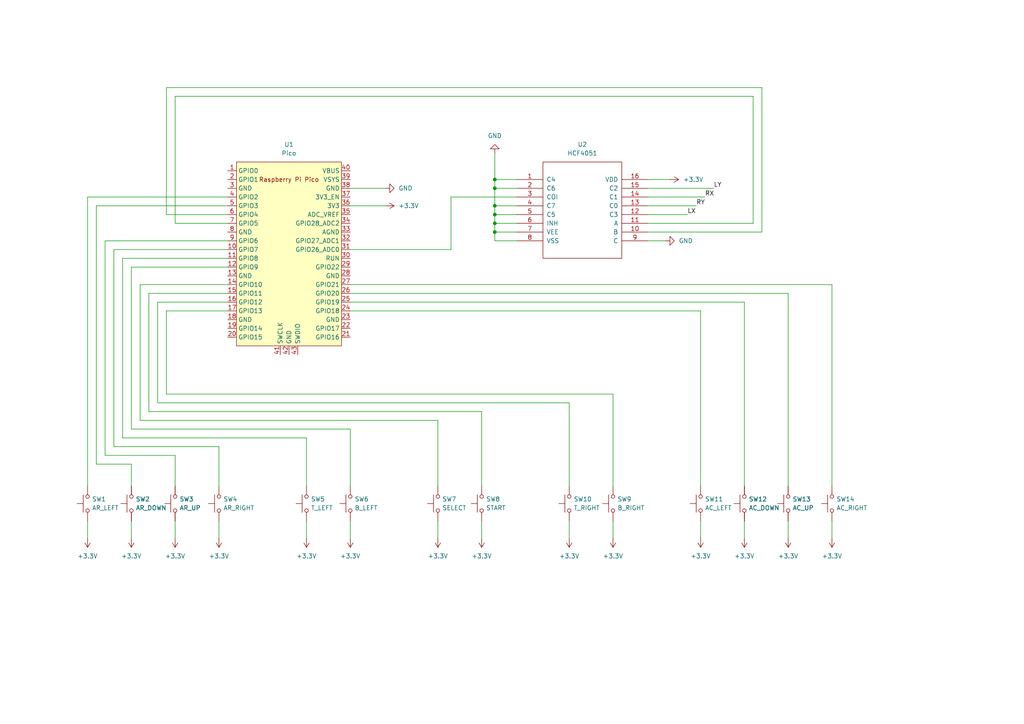
<source format=kicad_sch>
(kicad_sch (version 20231120) (generator "eeschema") (generator_version "8.0")
  (paper "A4")
  (lib_symbols
    (symbol "HCF4051:HCF4051" (pin_names (offset 1.016))
      (property "Reference" "U" (at 0 -2.54 0))
      (property "Value" "HCF4051" (at 0 2.54 0))
      (symbol "HCF4051_1_0"
        (rectangle (start -11.43 -13.97) (end 11.43 13.97))
      )
      (symbol "HCF4051_1_1"
        (pin bidirectional line (at -19.05 8.89 0) (length 7.62) (name "C4") (number "1"))
        (pin input line (at 19.05 -6.35 180) (length 7.62) (name "B") (number "10"))
        (pin input line (at 19.05 -3.81 180) (length 7.62) (name "A") (number "11"))
        (pin bidirectional line (at 19.05 -1.27 180) (length 7.62) (name "C3") (number "12"))
        (pin bidirectional line (at 19.05 1.27 180) (length 7.62) (name "C0") (number "13"))
        (pin bidirectional line (at 19.05 3.81 180) (length 7.62) (name "C1") (number "14"))
        (pin bidirectional line (at 19.05 6.35 180) (length 7.62) (name "C2") (number "15"))
        (pin input line (at 19.05 8.89 180) (length 7.62) (name "VDD") (number "16"))
        (pin bidirectional line (at -19.05 6.35 0) (length 7.62) (name "C6") (number "2"))
        (pin bidirectional line (at -19.05 3.81 0) (length 7.62) (name "COI") (number "3"))
        (pin bidirectional line (at -19.05 1.27 0) (length 7.62) (name "C7") (number "4"))
        (pin bidirectional line (at -19.05 -1.27 0) (length 7.62) (name "C5") (number "5"))
        (pin input line (at -19.05 -3.81 0) (length 7.62) (name "INH") (number "6"))
        (pin input line (at -19.05 -6.35 0) (length 7.62) (name "VEE") (number "7"))
        (pin input line (at -19.05 -8.89 0) (length 7.62) (name "VSS") (number "8"))
        (pin input line (at 19.05 -8.89 180) (length 7.62) (name "C") (number "9"))
      )
    )
    (symbol "MCU_RaspberryPi_and_Boards:Pico"
      (property "Reference" "U" (at -13.97 27.94 0))
      (property "Value" "Pico" (at 0 19.05 0))
      (symbol "Pico_0_0"
        (text "Raspberry Pi Pico" (at 0 21.59 0) (effects (font (size 1.27 1.27))))
      )
      (symbol "Pico_0_1"
        (rectangle (start -15.24 26.67) (end 15.24 -26.67) (fill (type background)))
      )
      (symbol "Pico_1_1"
        (pin bidirectional line (at -17.78 24.13 0) (length 2.54) (name "GPIO0") (number "1"))
        (pin bidirectional line (at -17.78 1.27 0) (length 2.54) (name "GPIO7") (number "10"))
        (pin bidirectional line (at -17.78 -1.27 0) (length 2.54) (name "GPIO8") (number "11"))
        (pin bidirectional line (at -17.78 -3.81 0) (length 2.54) (name "GPIO9") (number "12"))
        (pin power_in line (at -17.78 -6.35 0) (length 2.54) (name "GND") (number "13"))
        (pin bidirectional line (at -17.78 -8.89 0) (length 2.54) (name "GPIO10") (number "14"))
        (pin bidirectional line (at -17.78 -11.43 0) (length 2.54) (name "GPIO11") (number "15"))
        (pin bidirectional line (at -17.78 -13.97 0) (length 2.54) (name "GPIO12") (number "16"))
        (pin bidirectional line (at -17.78 -16.51 0) (length 2.54) (name "GPIO13") (number "17"))
        (pin power_in line (at -17.78 -19.05 0) (length 2.54) (name "GND") (number "18"))
        (pin bidirectional line (at -17.78 -21.59 0) (length 2.54) (name "GPIO14") (number "19"))
        (pin bidirectional line (at -17.78 21.59 0) (length 2.54) (name "GPIO1") (number "2"))
        (pin bidirectional line (at -17.78 -24.13 0) (length 2.54) (name "GPIO15") (number "20"))
        (pin bidirectional line (at 17.78 -24.13 180) (length 2.54) (name "GPIO16") (number "21"))
        (pin bidirectional line (at 17.78 -21.59 180) (length 2.54) (name "GPIO17") (number "22"))
        (pin power_in line (at 17.78 -19.05 180) (length 2.54) (name "GND") (number "23"))
        (pin bidirectional line (at 17.78 -16.51 180) (length 2.54) (name "GPIO18") (number "24"))
        (pin bidirectional line (at 17.78 -13.97 180) (length 2.54) (name "GPIO19") (number "25"))
        (pin bidirectional line (at 17.78 -11.43 180) (length 2.54) (name "GPIO20") (number "26"))
        (pin bidirectional line (at 17.78 -8.89 180) (length 2.54) (name "GPIO21") (number "27"))
        (pin power_in line (at 17.78 -6.35 180) (length 2.54) (name "GND") (number "28"))
        (pin bidirectional line (at 17.78 -3.81 180) (length 2.54) (name "GPIO22") (number "29"))
        (pin power_in line (at -17.78 19.05 0) (length 2.54) (name "GND") (number "3"))
        (pin input line (at 17.78 -1.27 180) (length 2.54) (name "RUN") (number "30"))
        (pin bidirectional line (at 17.78 1.27 180) (length 2.54) (name "GPIO26_ADC0") (number "31"))
        (pin bidirectional line (at 17.78 3.81 180) (length 2.54) (name "GPIO27_ADC1") (number "32"))
        (pin power_in line (at 17.78 6.35 180) (length 2.54) (name "AGND") (number "33"))
        (pin bidirectional line (at 17.78 8.89 180) (length 2.54) (name "GPIO28_ADC2") (number "34"))
        (pin power_in line (at 17.78 11.43 180) (length 2.54) (name "ADC_VREF") (number "35"))
        (pin power_in line (at 17.78 13.97 180) (length 2.54) (name "3V3") (number "36"))
        (pin input line (at 17.78 16.51 180) (length 2.54) (name "3V3_EN") (number "37"))
        (pin bidirectional line (at 17.78 19.05 180) (length 2.54) (name "GND") (number "38"))
        (pin power_in line (at 17.78 21.59 180) (length 2.54) (name "VSYS") (number "39"))
        (pin bidirectional line (at -17.78 16.51 0) (length 2.54) (name "GPIO2") (number "4"))
        (pin power_in line (at 17.78 24.13 180) (length 2.54) (name "VBUS") (number "40"))
        (pin input line (at -2.54 -29.21 90) (length 2.54) (name "SWCLK") (number "41"))
        (pin power_in line (at 0 -29.21 90) (length 2.54) (name "GND") (number "42"))
        (pin bidirectional line (at 2.54 -29.21 90) (length 2.54) (name "SWDIO") (number "43"))
        (pin bidirectional line (at -17.78 13.97 0) (length 2.54) (name "GPIO3") (number "5"))
        (pin bidirectional line (at -17.78 11.43 0) (length 2.54) (name "GPIO4") (number "6"))
        (pin bidirectional line (at -17.78 8.89 0) (length 2.54) (name "GPIO5") (number "7"))
        (pin power_in line (at -17.78 6.35 0) (length 2.54) (name "GND") (number "8"))
        (pin bidirectional line (at -17.78 3.81 0) (length 2.54) (name "GPIO6") (number "9"))
      )
    )
    (symbol "Switch:SW_Push" (pin_numbers hide) (pin_names (offset 1.016) hide)
      (property "Reference" "SW" (at 1.27 2.54 0))
      (property "Value" "SW_Push" (at 0 -1.524 0))
      (symbol "SW_Push_0_1"
        (circle (center -2.032 0) (radius 0.508))
        (polyline (pts (xy 0 1.27) (xy 0 3.048)))
        (polyline (pts (xy 2.54 1.27) (xy -2.54 1.27)))
        (circle (center 2.032 0) (radius 0.508))
        (pin passive line (at -5.08 0 0) (length 2.54) (name "1") (number "1"))
        (pin passive line (at 5.08 0 180) (length 2.54) (name "2") (number "2"))
      )
    )
    (symbol "power:+3.3V" (power) (pin_numbers hide) (pin_names (offset 0) hide)
      (property "Value" "+3.3V" (at 0 3.556 0))
      (symbol "+3.3V_0_1"
        (polyline (pts (xy -0.762 1.27) (xy 0 2.54)))
        (polyline (pts (xy 0 0) (xy 0 2.54)))
        (polyline (pts (xy 0 2.54) (xy 0.762 1.27)))
      )
      (symbol "+3.3V_1_1"
        (pin power_in line (at 0 0 90) (length 0) (name "~") (number "1"))
      )
    )
    (symbol "power:GND" (power) (pin_numbers hide) (pin_names (offset 0) hide)
      (property "Value" "GND" (at 0 -3.81 0))
      (symbol "GND_0_1"
        (polyline (pts (xy 0 0) (xy 0 -1.27) (xy 1.27 -1.27) (xy 0 -2.54) (xy -1.27 -1.27) (xy 0 -1.27)))
      )
      (symbol "GND_1_1"
        (pin power_in line (at 0 0 270) (length 0) (name "~") (number "1"))
      )
    )
  )
  (junction (at 143.51 52.07))
  (junction (at 143.51 54.61))
  (junction (at 143.51 67.31))
  (junction (at 143.51 64.77))
  (junction (at 143.51 59.69))
  (junction (at 143.51 62.23))
  (wire (pts (xy 177.8 140.97) (xy 177.8 114.3)))
  (wire (pts (xy 241.3 151.13) (xy 241.3 156.21)))
  (wire (pts (xy 143.51 44.45) (xy 143.51 52.07)))
  (wire (pts (xy 33.02 129.54) (xy 33.02 72.39)))
  (wire (pts (xy 30.48 69.85) (xy 66.04 69.85)))
  (wire (pts (xy 127 140.97) (xy 127 121.92)))
  (wire (pts (xy 40.64 82.55) (xy 66.04 82.55)))
  (wire (pts (xy 187.96 57.15) (xy 204.47 57.15)))
  (wire (pts (xy 35.56 74.93) (xy 66.04 74.93)))
  (wire (pts (xy 165.1 140.97) (xy 165.1 116.84)))
  (wire (pts (xy 149.86 57.15) (xy 130.81 57.15)))
  (wire (pts (xy 130.81 57.15) (xy 130.81 72.39)))
  (wire (pts (xy 50.8 132.08) (xy 30.48 132.08)))
  (wire (pts (xy 43.18 85.09) (xy 66.04 85.09)))
  (wire (pts (xy 101.6 140.97) (xy 101.6 124.46)))
  (wire (pts (xy 143.51 64.77) (xy 149.86 64.77)))
  (wire (pts (xy 143.51 64.77) (xy 143.51 67.31)))
  (wire (pts (xy 143.51 62.23) (xy 143.51 64.77)))
  (wire (pts (xy 127 121.92) (xy 40.64 121.92)))
  (wire (pts (xy 35.56 127) (xy 35.56 74.93)))
  (wire (pts (xy 43.18 119.38) (xy 43.18 85.09)))
  (wire (pts (xy 50.8 151.13) (xy 50.8 156.21)))
  (wire (pts (xy 101.6 59.69) (xy 111.76 59.69)))
  (wire (pts (xy 50.8 64.77) (xy 66.04 64.77)))
  (wire (pts (xy 38.1 151.13) (xy 38.1 156.21)))
  (wire (pts (xy 33.02 72.39) (xy 66.04 72.39)))
  (wire (pts (xy 50.8 140.97) (xy 50.8 132.08)))
  (wire (pts (xy 127 151.13) (xy 127 156.21)))
  (wire (pts (xy 218.44 27.94) (xy 50.8 27.94)))
  (wire (pts (xy 48.26 62.23) (xy 66.04 62.23)))
  (wire (pts (xy 187.96 54.61) (xy 207.01 54.61)))
  (wire (pts (xy 187.96 67.31) (xy 220.98 67.31)))
  (wire (pts (xy 218.44 64.77) (xy 218.44 27.94)))
  (wire (pts (xy 45.72 87.63) (xy 66.04 87.63)))
  (wire (pts (xy 63.5 140.97) (xy 63.5 129.54)))
  (wire (pts (xy 139.7 151.13) (xy 139.7 156.21)))
  (wire (pts (xy 88.9 140.97) (xy 88.9 127)))
  (wire (pts (xy 241.3 82.55) (xy 101.6 82.55)))
  (wire (pts (xy 187.96 64.77) (xy 218.44 64.77)))
  (wire (pts (xy 38.1 124.46) (xy 38.1 77.47)))
  (wire (pts (xy 139.7 119.38) (xy 43.18 119.38)))
  (wire (pts (xy 193.04 69.85) (xy 187.96 69.85)))
  (wire (pts (xy 48.26 90.17) (xy 66.04 90.17)))
  (wire (pts (xy 165.1 151.13) (xy 165.1 156.21)))
  (wire (pts (xy 101.6 151.13) (xy 101.6 156.21)))
  (wire (pts (xy 143.51 59.69) (xy 143.51 62.23)))
  (wire (pts (xy 27.94 59.69) (xy 66.04 59.69)))
  (wire (pts (xy 143.51 67.31) (xy 149.86 67.31)))
  (wire (pts (xy 25.4 140.97) (xy 25.4 57.15)))
  (wire (pts (xy 40.64 121.92) (xy 40.64 82.55)))
  (wire (pts (xy 27.94 134.62) (xy 27.94 59.69)))
  (wire (pts (xy 48.26 114.3) (xy 48.26 90.17)))
  (wire (pts (xy 143.51 69.85) (xy 149.86 69.85)))
  (wire (pts (xy 88.9 127) (xy 35.56 127)))
  (wire (pts (xy 203.2 140.97) (xy 203.2 90.17)))
  (wire (pts (xy 63.5 151.13) (xy 63.5 156.21)))
  (wire (pts (xy 177.8 151.13) (xy 177.8 156.21)))
  (wire (pts (xy 220.98 25.4) (xy 48.26 25.4)))
  (wire (pts (xy 203.2 151.13) (xy 203.2 156.21)))
  (wire (pts (xy 139.7 140.97) (xy 139.7 119.38)))
  (wire (pts (xy 177.8 114.3) (xy 48.26 114.3)))
  (wire (pts (xy 38.1 77.47) (xy 66.04 77.47)))
  (wire (pts (xy 45.72 116.84) (xy 45.72 87.63)))
  (wire (pts (xy 215.9 140.97) (xy 215.9 87.63)))
  (wire (pts (xy 38.1 134.62) (xy 27.94 134.62)))
  (wire (pts (xy 228.6 85.09) (xy 101.6 85.09)))
  (wire (pts (xy 101.6 124.46) (xy 38.1 124.46)))
  (wire (pts (xy 25.4 151.13) (xy 25.4 156.21)))
  (wire (pts (xy 220.98 67.31) (xy 220.98 25.4)))
  (wire (pts (xy 165.1 116.84) (xy 45.72 116.84)))
  (wire (pts (xy 88.9 151.13) (xy 88.9 156.21)))
  (wire (pts (xy 63.5 129.54) (xy 33.02 129.54)))
  (wire (pts (xy 187.96 52.07) (xy 194.31 52.07)))
  (wire (pts (xy 143.51 59.69) (xy 149.86 59.69)))
  (wire (pts (xy 228.6 151.13) (xy 228.6 156.21)))
  (wire (pts (xy 143.51 67.31) (xy 143.51 69.85)))
  (wire (pts (xy 143.51 62.23) (xy 149.86 62.23)))
  (wire (pts (xy 187.96 62.23) (xy 199.39 62.23)))
  (wire (pts (xy 187.96 59.69) (xy 201.93 59.69)))
  (wire (pts (xy 30.48 132.08) (xy 30.48 69.85)))
  (wire (pts (xy 38.1 140.97) (xy 38.1 134.62)))
  (wire (pts (xy 48.26 25.4) (xy 48.26 62.23)))
  (wire (pts (xy 101.6 54.61) (xy 111.76 54.61)))
  (wire (pts (xy 241.3 140.97) (xy 241.3 82.55)))
  (wire (pts (xy 203.2 90.17) (xy 101.6 90.17)))
  (wire (pts (xy 143.51 52.07) (xy 149.86 52.07)))
  (wire (pts (xy 25.4 57.15) (xy 66.04 57.15)))
  (wire (pts (xy 50.8 27.94) (xy 50.8 64.77)))
  (wire (pts (xy 143.51 52.07) (xy 143.51 54.61)))
  (wire (pts (xy 215.9 87.63) (xy 101.6 87.63)))
  (wire (pts (xy 143.51 54.61) (xy 149.86 54.61)))
  (wire (pts (xy 143.51 54.61) (xy 143.51 59.69)))
  (wire (pts (xy 130.81 72.39) (xy 101.6 72.39)))
  (wire (pts (xy 215.9 151.13) (xy 215.9 156.21)))
  (wire (pts (xy 228.6 140.97) (xy 228.6 85.09)))
  (label "LX" (at 199.39 62.23 0))
  (label "LY" (at 207.01 54.61 0))
  (label "RX" (at 204.47 57.15 0))
  (label "RY" (at 201.93 59.69 0))
  (symbol (lib_id "Switch:SW_Push") (at 101.6 146.05 90) (unit 1)
    (property "Reference" "SW6" (at 102.87 144.7799 90) (effects (justify right)))
    (property "Value" "B_LEFT" (at 102.87 147.3199 90) (effects (justify right)))
    (property "Description" "Push button switch, generic, two pins" (effects (hide yes)))
  )
  (symbol (lib_id "power:+3.3V") (at 88.9 156.21 180) (unit 1)
    (property "Reference" "#PWR010" (effects (hide yes)))
    (property "Value" "+3.3V" (at 88.9 161.29 0))
    (property "Description" "Power symbol creates a global label with name \"+3.3V\"" (effects (hide yes)))
  )
  (symbol (lib_id "MCU_RaspberryPi_and_Boards:Pico") (at 83.82 73.66 0) (unit 1)
    (property "Reference" "U1" (at 83.82 41.91 0))
    (property "Value" "Pico" (at 83.82 44.45 0))
    (property "Footprint" "RPi_Pico:RPi_Pico_SMD_TH" (effects (hide yes)))
  )
  (symbol (lib_id "Switch:SW_Push") (at 127 146.05 90) (unit 1)
    (property "Reference" "SW7" (at 128.27 144.7799 90) (effects (justify right)))
    (property "Value" "SELECT" (at 128.27 147.3199 90) (effects (justify right)))
    (property "Description" "Push button switch, generic, two pins" (effects (hide yes)))
  )
  (symbol (lib_id "power:+3.3V") (at 111.76 59.69 270) (unit 1)
    (property "Reference" "#PWR01" (effects (hide yes)))
    (property "Value" "+3.3V" (at 115.57 59.6899 90) (effects (justify left)))
    (property "Description" "Power symbol creates a global label with name \"+3.3V\"" (effects (hide yes)))
  )
  (symbol (lib_id "power:+3.3V") (at 165.1 156.21 180) (unit 1)
    (property "Reference" "#PWR015" (effects (hide yes)))
    (property "Value" "+3.3V" (at 165.1 161.29 0))
    (property "Description" "Power symbol creates a global label with name \"+3.3V\"" (effects (hide yes)))
  )
  (symbol (lib_id "power:GND") (at 143.51 44.45 180) (unit 1)
    (property "Reference" "#PWR03" (effects (hide yes)))
    (property "Value" "GND" (at 143.51 39.37 0))
    (property "Description" "Power symbol creates a global label with name \"GND\" , ground" (effects (hide yes)))
  )
  (symbol (lib_id "power:+3.3V") (at 139.7 156.21 180) (unit 1)
    (property "Reference" "#PWR013" (effects (hide yes)))
    (property "Value" "+3.3V" (at 139.7 161.29 0))
    (property "Description" "Power symbol creates a global label with name \"+3.3V\"" (effects (hide yes)))
  )
  (symbol (lib_id "Switch:SW_Push") (at 50.8 146.05 90) (unit 1)
    (property "Reference" "SW3" (at 52.07 144.7799 90) (effects (justify right)))
    (property "Value" "AR_UP" (at 52.07 147.3199 90) (effects (justify right)))
    (property "Description" "Push button switch, generic, two pins" (effects (hide yes)))
  )
  (symbol (lib_id "power:GND") (at 193.04 69.85 90) (unit 1)
    (property "Reference" "#PWR04" (effects (hide yes)))
    (property "Value" "GND" (at 196.85 69.8499 90) (effects (justify right)))
    (property "Description" "Power symbol creates a global label with name \"GND\" , ground" (effects (hide yes)))
  )
  (symbol (lib_id "power:GND") (at 111.76 54.61 90) (unit 1)
    (property "Reference" "#PWR02" (effects (hide yes)))
    (property "Value" "GND" (at 115.57 54.6099 90) (effects (justify right)))
    (property "Description" "Power symbol creates a global label with name \"GND\" , ground" (effects (hide yes)))
  )
  (symbol (lib_id "power:+3.3V") (at 177.8 156.21 180) (unit 1)
    (property "Reference" "#PWR014" (effects (hide yes)))
    (property "Value" "+3.3V" (at 177.8 161.29 0))
    (property "Description" "Power symbol creates a global label with name \"+3.3V\"" (effects (hide yes)))
  )
  (symbol (lib_id "power:+3.3V") (at 38.1 156.21 180) (unit 1)
    (property "Reference" "#PWR07" (effects (hide yes)))
    (property "Value" "+3.3V" (at 38.1 161.29 0))
    (property "Description" "Power symbol creates a global label with name \"+3.3V\"" (effects (hide yes)))
  )
  (symbol (lib_id "power:+3.3V") (at 101.6 156.21 180) (unit 1)
    (property "Reference" "#PWR011" (effects (hide yes)))
    (property "Value" "+3.3V" (at 101.6 161.29 0))
    (property "Description" "Power symbol creates a global label with name \"+3.3V\"" (effects (hide yes)))
  )
  (symbol (lib_id "Switch:SW_Push") (at 139.7 146.05 90) (unit 1)
    (property "Reference" "SW8" (at 140.97 144.7799 90) (effects (justify right)))
    (property "Value" "START" (at 140.97 147.3199 90) (effects (justify right)))
    (property "Description" "Push button switch, generic, two pins" (effects (hide yes)))
  )
  (symbol (lib_id "power:+3.3V") (at 215.9 156.21 180) (unit 1)
    (property "Reference" "#PWR017" (effects (hide yes)))
    (property "Value" "+3.3V" (at 215.9 161.29 0))
    (property "Description" "Power symbol creates a global label with name \"+3.3V\"" (effects (hide yes)))
  )
  (symbol (lib_id "Switch:SW_Push") (at 165.1 146.05 90) (unit 1)
    (property "Reference" "SW10" (at 166.37 144.7799 90) (effects (justify right)))
    (property "Value" "T_RIGHT" (at 166.37 147.3199 90) (effects (justify right)))
    (property "Description" "Push button switch, generic, two pins" (effects (hide yes)))
  )
  (symbol (lib_id "Switch:SW_Push") (at 88.9 146.05 90) (unit 1)
    (property "Reference" "SW5" (at 90.17 144.7799 90) (effects (justify right)))
    (property "Value" "T_LEFT" (at 90.17 147.3199 90) (effects (justify right)))
    (property "Description" "Push button switch, generic, two pins" (effects (hide yes)))
  )
  (symbol (lib_id "power:+3.3V") (at 63.5 156.21 180) (unit 1)
    (property "Reference" "#PWR09" (effects (hide yes)))
    (property "Value" "+3.3V" (at 63.5 161.29 0))
    (property "Description" "Power symbol creates a global label with name \"+3.3V\"" (effects (hide yes)))
  )
  (symbol (lib_id "power:+3.3V") (at 228.6 156.21 180) (unit 1)
    (property "Reference" "#PWR018" (effects (hide yes)))
    (property "Value" "+3.3V" (at 228.6 161.29 0))
    (property "Description" "Power symbol creates a global label with name \"+3.3V\"" (effects (hide yes)))
  )
  (symbol (lib_id "power:+3.3V") (at 25.4 156.21 180) (unit 1)
    (property "Reference" "#PWR06" (effects (hide yes)))
    (property "Value" "+3.3V" (at 25.4 161.29 0))
    (property "Description" "Power symbol creates a global label with name \"+3.3V\"" (effects (hide yes)))
  )
  (symbol (lib_id "Switch:SW_Push") (at 63.5 146.05 90) (unit 1)
    (property "Reference" "SW4" (at 64.77 144.7799 90) (effects (justify right)))
    (property "Value" "AR_RIGHT" (at 64.77 147.3199 90) (effects (justify right)))
    (property "Description" "Push button switch, generic, two pins" (effects (hide yes)))
  )
  (symbol (lib_id "Switch:SW_Push") (at 228.6 146.05 90) (unit 1)
    (property "Reference" "SW13" (at 229.87 144.7799 90) (effects (justify right)))
    (property "Value" "AC_UP" (at 229.87 147.3199 90) (effects (justify right)))
    (property "Description" "Push button switch, generic, two pins" (effects (hide yes)))
  )
  (symbol (lib_id "power:+3.3V") (at 194.31 52.07 270) (unit 1)
    (property "Reference" "#PWR05" (effects (hide yes)))
    (property "Value" "+3.3V" (at 198.12 52.0699 90) (effects (justify left)))
    (property "Description" "Power symbol creates a global label with name \"+3.3V\"" (effects (hide yes)))
  )
  (symbol (lib_id "Switch:SW_Push") (at 241.3 146.05 90) (unit 1)
    (property "Reference" "SW14" (at 242.57 144.7799 90) (effects (justify right)))
    (property "Value" "AC_RIGHT" (at 242.57 147.3199 90) (effects (justify right)))
    (property "Description" "Push button switch, generic, two pins" (effects (hide yes)))
  )
  (symbol (lib_id "Switch:SW_Push") (at 38.1 146.05 90) (unit 1)
    (property "Reference" "SW2" (at 39.37 144.7799 90) (effects (justify right)))
    (property "Value" "AR_DOWN" (at 39.37 147.3199 90) (effects (justify right)))
    (property "Description" "Push button switch, generic, two pins" (effects (hide yes)))
  )
  (symbol (lib_id "Switch:SW_Push") (at 203.2 146.05 90) (unit 1)
    (property "Reference" "SW11" (at 204.47 144.7799 90) (effects (justify right)))
    (property "Value" "AC_LEFT" (at 204.47 147.3199 90) (effects (justify right)))
    (property "Description" "Push button switch, generic, two pins" (effects (hide yes)))
  )
  (symbol (lib_id "HCF4051:HCF4051") (at 168.91 60.96 0) (unit 1)
    (property "Reference" "U2" (at 168.91 41.91 0))
    (property "Value" "HCF4051" (at 168.91 44.45 0))
    (property "Footprint" "MODULE" (effects (hide yes)))
    (property "Datasheet" "DOCUMENTATION" (effects (hide yes)))
  )
  (symbol (lib_id "power:+3.3V") (at 241.3 156.21 180) (unit 1)
    (property "Reference" "#PWR019" (effects (hide yes)))
    (property "Value" "+3.3V" (at 241.3 161.29 0))
    (property "Description" "Power symbol creates a global label with name \"+3.3V\"" (effects (hide yes)))
  )
  (symbol (lib_id "Switch:SW_Push") (at 215.9 146.05 90) (unit 1)
    (property "Reference" "SW12" (at 217.17 144.7799 90) (effects (justify right)))
    (property "Value" "AC_DOWN" (at 217.17 147.3199 90) (effects (justify right)))
    (property "Description" "Push button switch, generic, two pins" (effects (hide yes)))
  )
  (symbol (lib_id "Switch:SW_Push") (at 25.4 146.05 90) (unit 1)
    (property "Reference" "SW1" (at 26.67 144.7799 90) (effects (justify right)))
    (property "Value" "AR_LEFT" (at 26.67 147.3199 90) (effects (justify right)))
    (property "Description" "Push button switch, generic, two pins" (effects (hide yes)))
  )
  (symbol (lib_id "power:+3.3V") (at 127 156.21 180) (unit 1)
    (property "Reference" "#PWR012" (effects (hide yes)))
    (property "Value" "+3.3V" (at 127 161.29 0))
    (property "Description" "Power symbol creates a global label with name \"+3.3V\"" (effects (hide yes)))
  )
  (symbol (lib_id "power:+3.3V") (at 50.8 156.21 180) (unit 1)
    (property "Reference" "#PWR08" (effects (hide yes)))
    (property "Value" "+3.3V" (at 50.8 161.29 0))
    (property "Description" "Power symbol creates a global label with name \"+3.3V\"" (effects (hide yes)))
  )
  (symbol (lib_id "power:+3.3V") (at 203.2 156.21 180) (unit 1)
    (property "Reference" "#PWR016" (effects (hide yes)))
    (property "Value" "+3.3V" (at 203.2 161.29 0))
    (property "Description" "Power symbol creates a global label with name \"+3.3V\"" (effects (hide yes)))
  )
  (symbol (lib_id "Switch:SW_Push") (at 177.8 146.05 90) (unit 1)
    (property "Reference" "SW9" (at 179.07 144.7799 90) (effects (justify right)))
    (property "Value" "B_RIGHT" (at 179.07 147.3199 90) (effects (justify right)))
    (property "Description" "Push button switch, generic, two pins" (effects (hide yes)))
  )
)
</source>
